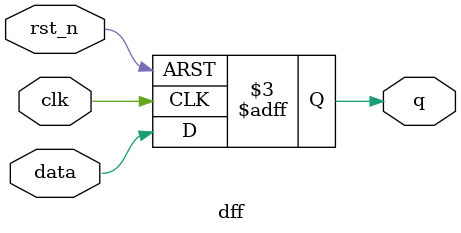
<source format=v>
module dff (
	input clk, 
	input rst_n,
	input data,
	output reg q
);


always@(posedge clk or negedge rst_n) begin
	if(~rst_n) begin
		q <= 1'b0;
	end
	
	else begin
		q <= data;
	end
	
end


endmodule
</source>
